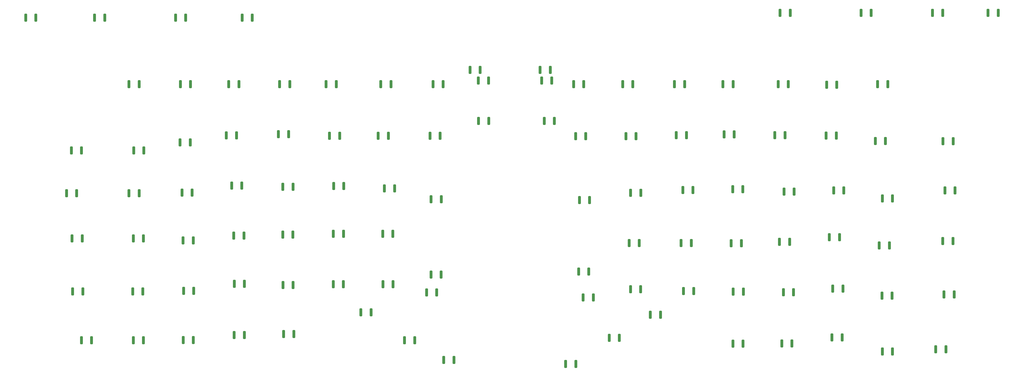
<source format=gbr>
%TF.GenerationSoftware,KiCad,Pcbnew,7.0.1-3b83917a11~172~ubuntu22.04.1*%
%TF.CreationDate,2023-03-22T13:00:22+01:00*%
%TF.ProjectId,Europe-ergo-smd,4575726f-7065-42d6-9572-676f2d736d64,rev?*%
%TF.SameCoordinates,Original*%
%TF.FileFunction,Paste,Top*%
%TF.FilePolarity,Positive*%
%FSLAX46Y46*%
G04 Gerber Fmt 4.6, Leading zero omitted, Abs format (unit mm)*
G04 Created by KiCad (PCBNEW 7.0.1-3b83917a11~172~ubuntu22.04.1) date 2023-03-22 13:00:22*
%MOMM*%
%LPD*%
G01*
G04 APERTURE LIST*
G04 Aperture macros list*
%AMRoundRect*
0 Rectangle with rounded corners*
0 $1 Rounding radius*
0 $2 $3 $4 $5 $6 $7 $8 $9 X,Y pos of 4 corners*
0 Add a 4 corners polygon primitive as box body*
4,1,4,$2,$3,$4,$5,$6,$7,$8,$9,$2,$3,0*
0 Add four circle primitives for the rounded corners*
1,1,$1+$1,$2,$3*
1,1,$1+$1,$4,$5*
1,1,$1+$1,$6,$7*
1,1,$1+$1,$8,$9*
0 Add four rect primitives between the rounded corners*
20,1,$1+$1,$2,$3,$4,$5,0*
20,1,$1+$1,$4,$5,$6,$7,0*
20,1,$1+$1,$6,$7,$8,$9,0*
20,1,$1+$1,$8,$9,$2,$3,0*%
G04 Aperture macros list end*
%ADD10RoundRect,0.250000X-0.312500X-1.450000X0.312500X-1.450000X0.312500X1.450000X-0.312500X1.450000X0*%
%ADD11RoundRect,0.250000X0.312500X1.450000X-0.312500X1.450000X-0.312500X-1.450000X0.312500X-1.450000X0*%
G04 APERTURE END LIST*
D10*
%TO.C,R14*%
X296322500Y-82500000D03*
X300597500Y-82500000D03*
%TD*%
%TO.C,R13*%
X296402500Y-99500000D03*
X300677500Y-99500000D03*
%TD*%
D11*
%TO.C,R12*%
X327227500Y-82500000D03*
X322952500Y-82500000D03*
%TD*%
%TO.C,R11*%
X328307500Y-99500000D03*
X324032500Y-99500000D03*
%TD*%
D10*
%TO.C,R10*%
X322322500Y-78000000D03*
X326597500Y-78000000D03*
%TD*%
%TO.C,R9*%
X510872500Y-54000000D03*
X515147500Y-54000000D03*
%TD*%
D11*
%TO.C,R8*%
X491767500Y-54000000D03*
X487492500Y-54000000D03*
%TD*%
%TO.C,R7*%
X461687500Y-54000000D03*
X457412500Y-54000000D03*
%TD*%
D10*
%TO.C,R6*%
X423332500Y-54000000D03*
X427607500Y-54000000D03*
%TD*%
%TO.C,R5*%
X292782500Y-78000000D03*
X297057500Y-78000000D03*
%TD*%
D11*
%TO.C,R4*%
X201137500Y-56000000D03*
X196862500Y-56000000D03*
%TD*%
%TO.C,R3*%
X173137500Y-56000000D03*
X168862500Y-56000000D03*
%TD*%
D10*
%TO.C,R2*%
X134782500Y-56000000D03*
X139057500Y-56000000D03*
%TD*%
%TO.C,R1*%
X105782500Y-56000000D03*
X110057500Y-56000000D03*
%TD*%
%TO.C,D104*%
X424032500Y-193340000D03*
X428307500Y-193340000D03*
%TD*%
%TO.C,D103*%
X403482500Y-193470000D03*
X407757500Y-193470000D03*
%TD*%
%TO.C,D102*%
X193522500Y-189800000D03*
X197797500Y-189800000D03*
%TD*%
%TO.C,D101*%
X445152500Y-190840000D03*
X449427500Y-190840000D03*
%TD*%
%TO.C,D100*%
X214362500Y-189340000D03*
X218637500Y-189340000D03*
%TD*%
%TO.C,D99*%
X172062500Y-191900000D03*
X176337500Y-191900000D03*
%TD*%
%TO.C,D98*%
X488832500Y-195840000D03*
X493107500Y-195840000D03*
%TD*%
%TO.C,D97*%
X466352500Y-196700000D03*
X470627500Y-196700000D03*
%TD*%
%TO.C,D96*%
X368722500Y-181240000D03*
X372997500Y-181240000D03*
%TD*%
%TO.C,D95*%
X351412500Y-191000000D03*
X355687500Y-191000000D03*
%TD*%
%TO.C,D94*%
X333052500Y-202000000D03*
X337327500Y-202000000D03*
%TD*%
%TO.C,D93*%
X281752100Y-200284700D03*
X286027100Y-200284700D03*
%TD*%
%TO.C,D92*%
X265242500Y-192000000D03*
X269517500Y-192000000D03*
%TD*%
%TO.C,D91*%
X246862500Y-180250000D03*
X251137500Y-180250000D03*
%TD*%
%TO.C,D90*%
X151052500Y-192000000D03*
X155327500Y-192000000D03*
%TD*%
%TO.C,D89*%
X129222500Y-192000000D03*
X133497500Y-192000000D03*
%TD*%
%TO.C,D88*%
X360382500Y-170525000D03*
X364657500Y-170525000D03*
%TD*%
%TO.C,D87*%
X256142500Y-168380000D03*
X260417500Y-168380000D03*
%TD*%
%TO.C,D86*%
X445482500Y-170260000D03*
X449757500Y-170260000D03*
%TD*%
%TO.C,D85*%
X424722500Y-171760000D03*
X428997500Y-171760000D03*
%TD*%
%TO.C,D84*%
X403582500Y-171520000D03*
X407857500Y-171520000D03*
%TD*%
%TO.C,D83*%
X382662500Y-171260000D03*
X386937500Y-171260000D03*
%TD*%
%TO.C,D82*%
X235242500Y-168380000D03*
X239517500Y-168380000D03*
%TD*%
%TO.C,D81*%
X214052500Y-168720000D03*
X218327500Y-168720000D03*
%TD*%
%TO.C,D80*%
X193562500Y-168180000D03*
X197837500Y-168180000D03*
%TD*%
%TO.C,D79*%
X172252500Y-171180000D03*
X176527500Y-171180000D03*
%TD*%
%TO.C,D78*%
X492337500Y-172660000D03*
X496612500Y-172660000D03*
%TD*%
%TO.C,D77*%
X466182500Y-173220000D03*
X470457500Y-173220000D03*
%TD*%
%TO.C,D76*%
X338502500Y-163000000D03*
X342777500Y-163000000D03*
%TD*%
%TO.C,D75*%
X340422500Y-173970600D03*
X344697500Y-173970600D03*
%TD*%
%TO.C,D74*%
X274522500Y-171880000D03*
X278797500Y-171880000D03*
%TD*%
%TO.C,D73*%
X276382500Y-164280000D03*
X280657500Y-164280000D03*
%TD*%
%TO.C,D72*%
X150822500Y-171380000D03*
X155097500Y-171380000D03*
%TD*%
%TO.C,D71*%
X125562500Y-171380000D03*
X129837500Y-171380000D03*
%TD*%
%TO.C,D70*%
X444052500Y-148565000D03*
X448327500Y-148565000D03*
%TD*%
%TO.C,D69*%
X423062500Y-150540000D03*
X427337500Y-150540000D03*
%TD*%
%TO.C,D68*%
X402725000Y-151100000D03*
X407000000Y-151100000D03*
%TD*%
%TO.C,D67*%
X381662500Y-151040000D03*
X385937500Y-151040000D03*
%TD*%
%TO.C,D66*%
X359792500Y-151040000D03*
X364067500Y-151040000D03*
%TD*%
%TO.C,D65*%
X193372500Y-147900000D03*
X197647500Y-147900000D03*
%TD*%
%TO.C,D64*%
X172042500Y-149900000D03*
X176317500Y-149900000D03*
%TD*%
%TO.C,D63*%
X256052500Y-147100000D03*
X260327500Y-147100000D03*
%TD*%
%TO.C,D62*%
X235252500Y-147100000D03*
X239527500Y-147100000D03*
%TD*%
%TO.C,D61*%
X213972500Y-147440000D03*
X218247500Y-147440000D03*
%TD*%
%TO.C,D60*%
X491807500Y-150205000D03*
X496082500Y-150205000D03*
%TD*%
%TO.C,D59*%
X465052500Y-152040000D03*
X469327500Y-152040000D03*
%TD*%
%TO.C,D58*%
X151082500Y-149100000D03*
X155357500Y-149100000D03*
%TD*%
%TO.C,D57*%
X125272500Y-149100000D03*
X129547500Y-149100000D03*
%TD*%
%TO.C,D56*%
X424962500Y-129340000D03*
X429237500Y-129340000D03*
%TD*%
%TO.C,D55*%
X403382500Y-128360000D03*
X407657500Y-128360000D03*
%TD*%
%TO.C,D54*%
X445882500Y-128840000D03*
X450157500Y-128840000D03*
%TD*%
%TO.C,D53*%
X214002500Y-127340000D03*
X218277500Y-127340000D03*
%TD*%
%TO.C,D52*%
X192492500Y-126800000D03*
X196767500Y-126800000D03*
%TD*%
%TO.C,D51*%
X382382500Y-128700000D03*
X386657500Y-128700000D03*
%TD*%
%TO.C,D50*%
X360412500Y-129840000D03*
X364687500Y-129840000D03*
%TD*%
%TO.C,D49*%
X171552500Y-129800000D03*
X175827500Y-129800000D03*
%TD*%
%TO.C,D48*%
X256782500Y-128000000D03*
X261057500Y-128000000D03*
%TD*%
%TO.C,D47*%
X235402500Y-127000000D03*
X239677500Y-127000000D03*
%TD*%
%TO.C,D46*%
X492717500Y-128800000D03*
X496992500Y-128800000D03*
%TD*%
%TO.C,D45*%
X466362500Y-132200000D03*
X470637500Y-132200000D03*
%TD*%
%TO.C,D44*%
X338862500Y-132920000D03*
X343137500Y-132920000D03*
%TD*%
%TO.C,D35*%
X276422500Y-132540000D03*
X280697500Y-132540000D03*
%TD*%
%TO.C,D34*%
X149262500Y-130000000D03*
X153537500Y-130000000D03*
%TD*%
%TO.C,D33*%
X122962500Y-130000000D03*
X127237500Y-130000000D03*
%TD*%
%TO.C,D30*%
X442722500Y-105740000D03*
X446997500Y-105740000D03*
%TD*%
%TO.C,D29*%
X421122500Y-105505000D03*
X425397500Y-105505000D03*
%TD*%
%TO.C,D28*%
X399722500Y-105225000D03*
X403997500Y-105225000D03*
%TD*%
%TO.C,D27*%
X379622500Y-105565000D03*
X383897500Y-105565000D03*
%TD*%
%TO.C,D26*%
X358422500Y-106005000D03*
X362697500Y-106005000D03*
%TD*%
%TO.C,D25*%
X254142500Y-105800000D03*
X258417500Y-105800000D03*
%TD*%
%TO.C,D24*%
X233662500Y-105800000D03*
X237937500Y-105800000D03*
%TD*%
%TO.C,D23*%
X212162500Y-105140000D03*
X216437500Y-105140000D03*
%TD*%
%TO.C,D22*%
X190222500Y-105600000D03*
X194497500Y-105600000D03*
%TD*%
%TO.C,D21*%
X170762500Y-108600000D03*
X175037500Y-108600000D03*
%TD*%
%TO.C,D20*%
X491907500Y-108065000D03*
X496182500Y-108065000D03*
%TD*%
%TO.C,D19*%
X463422500Y-108005000D03*
X467697500Y-108005000D03*
%TD*%
%TO.C,D18*%
X337272500Y-106005000D03*
X341547500Y-106005000D03*
%TD*%
%TO.C,D17*%
X275942500Y-105800000D03*
X280217500Y-105800000D03*
%TD*%
%TO.C,D16*%
X151242500Y-112000000D03*
X155517500Y-112000000D03*
%TD*%
%TO.C,D15*%
X124972500Y-112000000D03*
X129247500Y-112000000D03*
%TD*%
%TO.C,D14*%
X399252500Y-84000000D03*
X403527500Y-84000000D03*
%TD*%
%TO.C,D13*%
X378862500Y-84000000D03*
X383137500Y-84000000D03*
%TD*%
%TO.C,D12*%
X232242500Y-84000000D03*
X236517500Y-84000000D03*
%TD*%
%TO.C,D11*%
X212662500Y-84000000D03*
X216937500Y-84000000D03*
%TD*%
%TO.C,D10*%
X422512500Y-84000000D03*
X426787500Y-84000000D03*
%TD*%
%TO.C,D9*%
X357052500Y-84000000D03*
X361327500Y-84000000D03*
%TD*%
%TO.C,D8*%
X336412500Y-84000000D03*
X340687500Y-84000000D03*
%TD*%
%TO.C,D7*%
X464382500Y-84000000D03*
X468657500Y-84000000D03*
%TD*%
%TO.C,D6*%
X442912500Y-84260000D03*
X447187500Y-84260000D03*
%TD*%
%TO.C,D5*%
X277242500Y-84000000D03*
X281517500Y-84000000D03*
%TD*%
%TO.C,D4*%
X255242500Y-84000000D03*
X259517500Y-84000000D03*
%TD*%
%TO.C,D3*%
X191262500Y-84000000D03*
X195537500Y-84000000D03*
%TD*%
%TO.C,D2*%
X170862500Y-84000000D03*
X175137500Y-84000000D03*
%TD*%
%TO.C,D1*%
X149242500Y-84000000D03*
X153517500Y-84000000D03*
%TD*%
M02*

</source>
